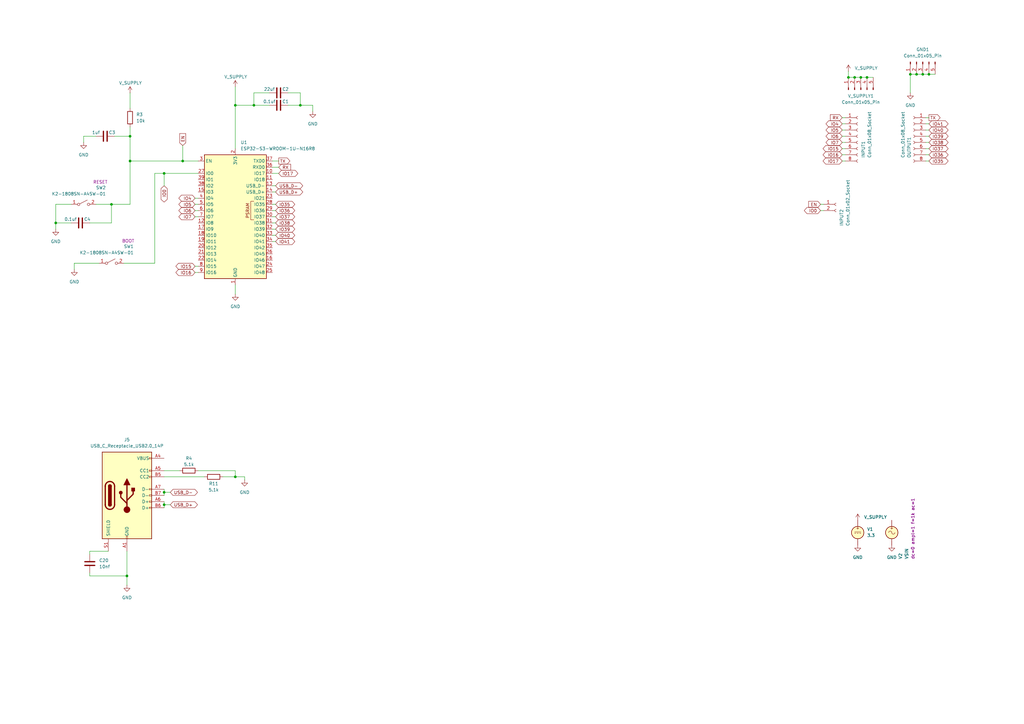
<source format=kicad_sch>
(kicad_sch (version 20250114) (generator "eeschema") (generator_version "9.0")
  (paper "A3")
  (lib_symbols
    (symbol "Connector:Conn_01x02_Socket" (pin_names (offset 1.016) (hide yes))
      (property "Reference" "J" (at 0 2.54 0))
      (property "Value" "Conn_01x02_Socket" (at 0 -5.08 0))
      (symbol "Conn_01x02_Socket_1_1"
        (polyline (pts (xy -1.27 0) (xy -0.508 0)) (stroke (width 0.1524)))
        (polyline (pts (xy -1.27 -2.54) (xy -0.508 -2.54)) (stroke (width 0.1524)))
        (arc (start 0 -0.508) (mid -0.5058 0) (end 0 0.508) (stroke (width 0.1524)))
        (arc (start 0 -3.048) (mid -0.5058 -2.54) (end 0 -2.032) (stroke (width 0.1524)))
        (pin passive line (at -5.08 0 0) (length 3.81) (name "Pin_1") (number "1"))
        (pin passive line (at -5.08 -2.54 0) (length 3.81) (name "Pin_2") (number "2"))
      )
    )
    (symbol "Connector:Conn_01x05_Pin" (pin_names (offset 1.016) (hide yes))
      (property "Reference" "J" (at 0 7.62 0))
      (property "Value" "Conn_01x05_Pin" (at 0 -7.62 0))
      (symbol "Conn_01x05_Pin_1_1"
        (rectangle (start 0.8636 5.207) (end 0 4.953) (stroke (width 0.1524)) (fill (type outline)))
        (rectangle (start 0.8636 2.667) (end 0 2.413) (stroke (width 0.1524)) (fill (type outline)))
        (rectangle (start 0.8636 0.127) (end 0 -0.127) (stroke (width 0.1524)) (fill (type outline)))
        (rectangle (start 0.8636 -2.413) (end 0 -2.667) (stroke (width 0.1524)) (fill (type outline)))
        (rectangle (start 0.8636 -4.953) (end 0 -5.207) (stroke (width 0.1524)) (fill (type outline)))
        (polyline (pts (xy 1.27 5.08) (xy 0.8636 5.08)) (stroke (width 0.1524)))
        (polyline (pts (xy 1.27 2.54) (xy 0.8636 2.54)) (stroke (width 0.1524)))
        (polyline (pts (xy 1.27 0) (xy 0.8636 0)) (stroke (width 0.1524)))
        (polyline (pts (xy 1.27 -2.54) (xy 0.8636 -2.54)) (stroke (width 0.1524)))
        (polyline (pts (xy 1.27 -5.08) (xy 0.8636 -5.08)) (stroke (width 0.1524)))
        (pin passive line (at 5.08 5.08 180) (length 3.81) (name "Pin_1") (number "1"))
        (pin passive line (at 5.08 2.54 180) (length 3.81) (name "Pin_2") (number "2"))
        (pin passive line (at 5.08 0 180) (length 3.81) (name "Pin_3") (number "3"))
        (pin passive line (at 5.08 -2.54 180) (length 3.81) (name "Pin_4") (number "4"))
        (pin passive line (at 5.08 -5.08 180) (length 3.81) (name "Pin_5") (number "5"))
      )
    )
    (symbol "Connector:Conn_01x08_Socket" (pin_names (offset 1.016) (hide yes))
      (property "Reference" "J" (at 0 10.16 0))
      (property "Value" "Conn_01x08_Socket" (at 0 -12.7 0))
      (symbol "Conn_01x08_Socket_1_1"
        (polyline (pts (xy -1.27 7.62) (xy -0.508 7.62)) (stroke (width 0.1524)))
        (polyline (pts (xy -1.27 5.08) (xy -0.508 5.08)) (stroke (width 0.1524)))
        (polyline (pts (xy -1.27 2.54) (xy -0.508 2.54)) (stroke (width 0.1524)))
        (polyline (pts (xy -1.27 0) (xy -0.508 0)) (stroke (width 0.1524)))
        (polyline (pts (xy -1.27 -2.54) (xy -0.508 -2.54)) (stroke (width 0.1524)))
        (polyline (pts (xy -1.27 -5.08) (xy -0.508 -5.08)) (stroke (width 0.1524)))
        (polyline (pts (xy -1.27 -7.62) (xy -0.508 -7.62)) (stroke (width 0.1524)))
        (polyline (pts (xy -1.27 -10.16) (xy -0.508 -10.16)) (stroke (width 0.1524)))
        (arc (start 0 7.112) (mid -0.5058 7.62) (end 0 8.128) (stroke (width 0.1524)))
        (arc (start 0 4.572) (mid -0.5058 5.08) (end 0 5.588) (stroke (width 0.1524)))
        (arc (start 0 2.032) (mid -0.5058 2.54) (end 0 3.048) (stroke (width 0.1524)))
        (arc (start 0 -0.508) (mid -0.5058 0) (end 0 0.508) (stroke (width 0.1524)))
        (arc (start 0 -3.048) (mid -0.5058 -2.54) (end 0 -2.032) (stroke (width 0.1524)))
        (arc (start 0 -5.588) (mid -0.5058 -5.08) (end 0 -4.572) (stroke (width 0.1524)))
        (arc (start 0 -8.128) (mid -0.5058 -7.62) (end 0 -7.112) (stroke (width 0.1524)))
        (arc (start 0 -10.668) (mid -0.5058 -10.16) (end 0 -9.652) (stroke (width 0.1524)))
        (pin passive line (at -5.08 7.62 0) (length 3.81) (name "Pin_1") (number "1"))
        (pin passive line (at -5.08 5.08 0) (length 3.81) (name "Pin_2") (number "2"))
        (pin passive line (at -5.08 2.54 0) (length 3.81) (name "Pin_3") (number "3"))
        (pin passive line (at -5.08 0 0) (length 3.81) (name "Pin_4") (number "4"))
        (pin passive line (at -5.08 -2.54 0) (length 3.81) (name "Pin_5") (number "5"))
        (pin passive line (at -5.08 -5.08 0) (length 3.81) (name "Pin_6") (number "6"))
        (pin passive line (at -5.08 -7.62 0) (length 3.81) (name "Pin_7") (number "7"))
        (pin passive line (at -5.08 -10.16 0) (length 3.81) (name "Pin_8") (number "8"))
      )
    )
    (symbol "Connector:USB_C_Receptacle_USB2.0_14P" (pin_names (offset 1.016))
      (property "Reference" "J" (at 0 22.225 0))
      (property "Value" "USB_C_Receptacle_USB2.0_14P" (at 0 19.685 0))
      (symbol "USB_C_Receptacle_USB2.0_14P_0_0"
        (rectangle (start -0.254 -17.78) (end 0.254 -16.764))
        (rectangle (start 10.16 15.494) (end 9.144 14.986))
        (rectangle (start 10.16 10.414) (end 9.144 9.906))
        (rectangle (start 10.16 7.874) (end 9.144 7.366))
        (rectangle (start 10.16 2.794) (end 9.144 2.286))
        (rectangle (start 10.16 0.254) (end 9.144 -0.254))
        (rectangle (start 10.16 -2.286) (end 9.144 -2.794))
        (rectangle (start 10.16 -4.826) (end 9.144 -5.334))
      )
      (symbol "USB_C_Receptacle_USB2.0_14P_0_1"
        (rectangle (start -10.16 17.78) (end 10.16 -17.78) (stroke (width 0.254)) (fill (type background)))
        (polyline (pts (xy -8.89 -3.81) (xy -8.89 3.81)) (stroke (width 0.508)))
        (rectangle (start -7.62 -3.81) (end -6.35 3.81) (stroke (width 0.254)) (fill (type outline)))
        (arc (start -7.62 3.81) (mid -6.985 4.4423) (end -6.35 3.81) (stroke (width 0.254)))
        (arc (start -7.62 3.81) (mid -6.985 4.4423) (end -6.35 3.81) (stroke (width 0.254)) (fill (type outline)))
        (arc (start -8.89 3.81) (mid -6.985 5.7067) (end -5.08 3.81) (stroke (width 0.508)))
        (arc (start -5.08 -3.81) (mid -6.985 -5.7067) (end -8.89 -3.81) (stroke (width 0.508)))
        (arc (start -6.35 -3.81) (mid -6.985 -4.4423) (end -7.62 -3.81) (stroke (width 0.254)))
        (arc (start -6.35 -3.81) (mid -6.985 -4.4423) (end -7.62 -3.81) (stroke (width 0.254)) (fill (type outline)))
        (polyline (pts (xy -5.08 3.81) (xy -5.08 -3.81)) (stroke (width 0.508)))
        (circle (center -2.54 1.143) (radius 0.635) (stroke (width 0.254)) (fill (type outline)))
        (polyline (pts (xy -1.27 4.318) (xy 0 6.858) (xy 1.27 4.318) (xy -1.27 4.318)) (stroke (width 0.254)) (fill (type outline)))
        (polyline (pts (xy 0 -2.032) (xy 2.54 0.508) (xy 2.54 1.778)) (stroke (width 0.508)))
        (polyline (pts (xy 0 -3.302) (xy -2.54 -0.762) (xy -2.54 0.508)) (stroke (width 0.508)))
        (polyline (pts (xy 0 -5.842) (xy 0 4.318)) (stroke (width 0.508)))
        (circle (center 0 -5.842) (radius 1.27) (fill (type outline)))
        (rectangle (start 1.905 1.778) (end 3.175 3.048) (stroke (width 0.254)) (fill (type outline)))
      )
      (symbol "USB_C_Receptacle_USB2.0_14P_1_1"
        (pin passive line (at -7.62 -22.86 90) (length 5.08) (name "SHIELD") (number "S1"))
        (pin passive line (at 0 -22.86 90) (length 5.08) (name "GND") (number "A1"))
        (pin passive line (at 0 -22.86 90) (length 5.08) (hide yes) (name "GND") (number "A12"))
        (pin passive line (at 0 -22.86 90) (length 5.08) (hide yes) (name "GND") (number "B1"))
        (pin passive line (at 0 -22.86 90) (length 5.08) (hide yes) (name "GND") (number "B12"))
        (pin passive line (at 15.24 15.24 180) (length 5.08) (name "VBUS") (number "A4"))
        (pin passive line (at 15.24 15.24 180) (length 5.08) (hide yes) (name "VBUS") (number "A9"))
        (pin passive line (at 15.24 15.24 180) (length 5.08) (hide yes) (name "VBUS") (number "B4"))
        (pin passive line (at 15.24 15.24 180) (length 5.08) (hide yes) (name "VBUS") (number "B9"))
        (pin bidirectional line (at 15.24 10.16 180) (length 5.08) (name "CC1") (number "A5"))
        (pin bidirectional line (at 15.24 7.62 180) (length 5.08) (name "CC2") (number "B5"))
        (pin bidirectional line (at 15.24 2.54 180) (length 5.08) (name "D-") (number "A7"))
        (pin bidirectional line (at 15.24 0 180) (length 5.08) (name "D-") (number "B7"))
        (pin bidirectional line (at 15.24 -2.54 180) (length 5.08) (name "D+") (number "A6"))
        (pin bidirectional line (at 15.24 -5.08 180) (length 5.08) (name "D+") (number "B6"))
      )
    )
    (symbol "Device:C" (pin_numbers (hide yes)) (pin_names (offset 0.254))
      (property "Reference" "C" (at 0.635 2.54 0))
      (property "Value" "C" (at 0.635 -2.54 0))
      (symbol "C_0_1"
        (polyline (pts (xy -2.032 0.762) (xy 2.032 0.762)) (stroke (width 0.508)))
        (polyline (pts (xy -2.032 -0.762) (xy 2.032 -0.762)) (stroke (width 0.508)))
      )
      (symbol "C_1_1"
        (pin passive line (at 0 3.81 270) (length 2.794) (name "~") (number "1"))
        (pin passive line (at 0 -3.81 90) (length 2.794) (name "~") (number "2"))
      )
    )
    (symbol "Device:R" (pin_numbers (hide yes)) (pin_names (offset 0))
      (property "Reference" "R" (at 2.032 0 90))
      (property "Value" "R" (at 0 0 90))
      (symbol "R_0_1"
        (rectangle (start -1.016 -2.54) (end 1.016 2.54) (stroke (width 0.254)))
      )
      (symbol "R_1_1"
        (pin passive line (at 0 3.81 270) (length 1.27) (name "~") (number "1"))
        (pin passive line (at 0 -3.81 90) (length 1.27) (name "~") (number "2"))
      )
    )
    (symbol "RF_Module:ESP32-S3-WROOM-1"
      (property "Reference" "U" (at -12.7 26.67 0))
      (property "Value" "ESP32-S3-WROOM-1" (at 12.7 26.67 0))
      (symbol "ESP32-S3-WROOM-1_0_0"
        (rectangle (start -12.7 25.4) (end 12.7 -25.4) (stroke (width 0.254)) (fill (type background)))
        (text "PSRAM" (at 5.08 2.54 900) (effects (font (size 1.27 1.27))))
      )
      (symbol "ESP32-S3-WROOM-1_0_1"
        (polyline (pts (xy 7.62 -1.27) (xy 6.35 -1.27) (xy 6.35 6.35) (xy 7.62 6.35)))
      )
      (symbol "ESP32-S3-WROOM-1_1_1"
        (pin input line (at -15.24 22.86 0) (length 2.54) (name "EN") (number "3"))
        (pin bidirectional line (at -15.24 17.78 0) (length 2.54) (name "IO0") (number "27"))
        (pin bidirectional line (at -15.24 15.24 0) (length 2.54) (name "IO1") (number "39"))
        (pin bidirectional line (at -15.24 12.7 0) (length 2.54) (name "IO2") (number "38"))
        (pin bidirectional line (at -15.24 10.16 0) (length 2.54) (name "IO3") (number "15"))
        (pin bidirectional line (at -15.24 7.62 0) (length 2.54) (name "IO4") (number "4"))
        (pin bidirectional line (at -15.24 5.08 0) (length 2.54) (name "IO5") (number "5"))
        (pin bidirectional line (at -15.24 2.54 0) (length 2.54) (name "IO6") (number "6"))
        (pin bidirectional line (at -15.24 0 0) (length 2.54) (name "IO7") (number "7"))
        (pin bidirectional line (at -15.24 -2.54 0) (length 2.54) (name "IO8") (number "12"))
        (pin bidirectional line (at -15.24 -5.08 0) (length 2.54) (name "IO9") (number "17"))
        (pin bidirectional line (at -15.24 -7.62 0) (length 2.54) (name "IO10") (number "18"))
        (pin bidirectional line (at -15.24 -10.16 0) (length 2.54) (name "IO11") (number "19"))
        (pin bidirectional line (at -15.24 -12.7 0) (length 2.54) (name "IO12") (number "20"))
        (pin bidirectional line (at -15.24 -15.24 0) (length 2.54) (name "IO13") (number "21"))
        (pin bidirectional line (at -15.24 -17.78 0) (length 2.54) (name "IO14") (number "22"))
        (pin bidirectional line (at -15.24 -20.32 0) (length 2.54) (name "IO15") (number "8"))
        (pin bidirectional line (at -15.24 -22.86 0) (length 2.54) (name "IO16") (number "9"))
        (pin power_in line (at 0 27.94 270) (length 2.54) (name "3V3") (number "2"))
        (pin power_in line (at 0 -27.94 90) (length 2.54) (name "GND") (number "1"))
        (pin passive line (at 0 -27.94 90) (length 2.54) (hide yes) (name "GND") (number "40"))
        (pin passive line (at 0 -27.94 90) (length 2.54) (hide yes) (name "GND") (number "41"))
        (pin bidirectional line (at 15.24 22.86 180) (length 2.54) (name "TXD0") (number "37"))
        (pin bidirectional line (at 15.24 20.32 180) (length 2.54) (name "RXD0") (number "36"))
        (pin bidirectional line (at 15.24 17.78 180) (length 2.54) (name "IO17") (number "10"))
        (pin bidirectional line (at 15.24 15.24 180) (length 2.54) (name "IO18") (number "11"))
        (pin bidirectional line (at 15.24 12.7 180) (length 2.54) (name "USB_D-") (number "13"))
        (pin bidirectional line (at 15.24 10.16 180) (length 2.54) (name "USB_D+") (number "14"))
        (pin bidirectional line (at 15.24 7.62 180) (length 2.54) (name "IO21") (number "23"))
        (pin bidirectional line (at 15.24 5.08 180) (length 2.54) (name "IO35") (number "28"))
        (pin bidirectional line (at 15.24 2.54 180) (length 2.54) (name "IO36") (number "29"))
        (pin bidirectional line (at 15.24 0 180) (length 2.54) (name "IO37") (number "30"))
        (pin bidirectional line (at 15.24 -2.54 180) (length 2.54) (name "IO38") (number "31"))
        (pin bidirectional line (at 15.24 -5.08 180) (length 2.54) (name "IO39") (number "32"))
        (pin bidirectional line (at 15.24 -7.62 180) (length 2.54) (name "IO40") (number "33"))
        (pin bidirectional line (at 15.24 -10.16 180) (length 2.54) (name "IO41") (number "34"))
        (pin bidirectional line (at 15.24 -12.7 180) (length 2.54) (name "IO42") (number "35"))
        (pin bidirectional line (at 15.24 -15.24 180) (length 2.54) (name "IO45") (number "26"))
        (pin bidirectional line (at 15.24 -17.78 180) (length 2.54) (name "IO46") (number "16"))
        (pin bidirectional line (at 15.24 -20.32 180) (length 2.54) (name "IO47") (number "24"))
        (pin bidirectional line (at 15.24 -22.86 180) (length 2.54) (name "IO48") (number "25"))
      )
    )
    (symbol "Simulation_SPICE:VDC" (pin_numbers (hide yes)) (pin_names (offset 0.0254))
      (property "Reference" "V" (at 2.54 2.54 0))
      (property "Value" "1" (at 2.54 0 0))
      (symbol "VDC_0_0"
        (polyline (pts (xy -1.27 0.254) (xy 1.27 0.254)))
        (polyline (pts (xy -0.762 -0.254) (xy -1.27 -0.254)))
        (polyline (pts (xy 0.254 -0.254) (xy -0.254 -0.254)))
        (polyline (pts (xy 1.27 -0.254) (xy 0.762 -0.254)))
        (text "+" (at 0 1.905 0) (effects (font (size 1.27 1.27))))
      )
      (symbol "VDC_0_1"
        (circle (center 0 0) (radius 2.54) (stroke (width 0.254)) (fill (type background)))
      )
      (symbol "VDC_1_1"
        (pin passive line (at 0 5.08 270) (length 2.54) (name "~") (number "1"))
        (pin passive line (at 0 -5.08 90) (length 2.54) (name "~") (number "2"))
      )
    )
    (symbol "Simulation_SPICE:VSIN" (pin_numbers (hide yes)) (pin_names (offset 0.0254))
      (property "Reference" "V" (at 2.54 2.54 0))
      (property "Value" "VSIN" (at 2.54 0 0))
      (property "Sim.Params" "dc=0 ampl=1 f=1k ac=1" (at 2.54 -2.54 0))
      (symbol "VSIN_0_0"
        (arc (start -1.27 0) (mid -0.635 0.6323) (end 0 0))
        (arc (start 1.27 0) (mid 0.635 -0.6323) (end 0 0))
        (text "+" (at 0 1.905 0) (effects (font (size 1.27 1.27))))
      )
      (symbol "VSIN_0_1"
        (circle (center 0 0) (radius 2.54) (stroke (width 0.254)) (fill (type background)))
      )
      (symbol "VSIN_1_1"
        (pin passive line (at 0 5.08 270) (length 2.54) (name "~") (number "1"))
        (pin passive line (at 0 -5.08 90) (length 2.54) (name "~") (number "2"))
      )
    )
    (symbol "Switch:SW_SPST" (pin_names (offset 0) (hide yes))
      (property "Reference" "SW" (at 0 3.175 0))
      (property "Value" "SW_SPST" (at 0 -2.54 0))
      (symbol "SW_SPST_0_0"
        (circle (center -2.032 0) (radius 0.508))
        (polyline (pts (xy -1.524 0.254) (xy 1.524 1.778)))
        (circle (center 2.032 0) (radius 0.508))
      )
      (symbol "SW_SPST_1_1"
        (pin passive line (at -5.08 0 0) (length 2.54) (name "A") (number "1"))
        (pin passive line (at 5.08 0 180) (length 2.54) (name "B") (number "2"))
      )
    )
    (symbol "power:+5V" (power) (pin_numbers (hide yes)) (pin_names (offset 0) (hide yes))
      (property "Value" "+5V" (at 0 3.556 0))
      (symbol "+5V_0_1"
        (polyline (pts (xy -0.762 1.27) (xy 0 2.54)))
        (polyline (pts (xy 0 2.54) (xy 0.762 1.27)))
        (polyline (pts (xy 0 0) (xy 0 2.54)))
      )
      (symbol "+5V_1_1"
        (pin power_in line (at 0 0 90) (length 0) (name "~") (number "1"))
      )
    )
    (symbol "power:GND" (power) (pin_numbers (hide yes)) (pin_names (offset 0) (hide yes))
      (property "Value" "GND" (at 0 -3.81 0))
      (symbol "GND_0_1"
        (polyline (pts (xy 0 0) (xy 0 -1.27) (xy 1.27 -1.27) (xy 0 -2.54) (xy -1.27 -1.27) (xy 0 -1.27)))
      )
      (symbol "GND_1_1"
        (pin power_in line (at 0 0 270) (length 0) (name "~") (number "1"))
      )
    )
  )
  (junction (at 350.52 31.75))
  (junction (at 104.14 43.18))
  (junction (at 375.92 30.48))
  (junction (at 123.19 43.18))
  (junction (at 347.98 31.75))
  (junction (at 355.6 31.75))
  (junction (at 53.34 55.88))
  (junction (at 381 30.48))
  (junction (at 53.34 66.04))
  (junction (at 96.52 195.58))
  (junction (at 378.46 30.48))
  (junction (at 22.86 91.44))
  (junction (at 52.07 236.22))
  (junction (at 96.52 43.18))
  (junction (at 45.72 83.82))
  (junction (at 353.06 31.75))
  (junction (at 67.31 207.01))
  (junction (at 67.31 201.93))
  (junction (at 373.38 30.48))
  (junction (at 67.31 71.12))
  (junction (at 74.93 66.04))
  (wire (pts (xy 104.14 38.1) (xy 104.14 43.18)))
  (wire (pts (xy 345.44 55.88) (xy 346.71 55.88)))
  (wire (pts (xy 40.64 107.95) (xy 30.48 107.95)))
  (wire (pts (xy 381 50.8) (xy 379.73 50.8)))
  (wire (pts (xy 345.44 60.96) (xy 346.71 60.96)))
  (wire (pts (xy 111.76 66.04) (xy 114.3 66.04)))
  (wire (pts (xy 345.44 53.34) (xy 346.71 53.34)))
  (wire (pts (xy 113.03 86.36) (xy 111.76 86.36)))
  (wire (pts (xy 22.86 91.44) (xy 22.86 93.98)))
  (wire (pts (xy 63.5 107.95) (xy 50.8 107.95)))
  (wire (pts (xy 123.19 43.18) (xy 128.27 43.18)))
  (wire (pts (xy 345.44 48.26) (xy 346.71 48.26)))
  (wire (pts (xy 345.44 58.42) (xy 346.71 58.42)))
  (wire (pts (xy 80.01 86.36) (xy 81.28 86.36)))
  (wire (pts (xy 113.03 88.9) (xy 111.76 88.9)))
  (wire (pts (xy 96.52 43.18) (xy 96.52 60.96)))
  (wire (pts (xy 67.31 76.2) (xy 67.31 71.12)))
  (wire (pts (xy 53.34 83.82) (xy 45.72 83.82)))
  (wire (pts (xy 45.72 91.44) (xy 45.72 83.82)))
  (wire (pts (xy 355.6 31.75) (xy 358.14 31.75)))
  (wire (pts (xy 67.31 195.58) (xy 83.82 195.58)))
  (wire (pts (xy 39.37 55.88) (xy 34.29 55.88)))
  (wire (pts (xy 91.44 195.58) (xy 96.52 195.58)))
  (wire (pts (xy 113.03 99.06) (xy 111.76 99.06)))
  (wire (pts (xy 381 60.96) (xy 379.73 60.96)))
  (wire (pts (xy 114.3 68.58) (xy 111.76 68.58)))
  (wire (pts (xy 347.98 31.75) (xy 350.52 31.75)))
  (wire (pts (xy 63.5 71.12) (xy 63.5 107.95)))
  (wire (pts (xy 345.44 50.8) (xy 346.71 50.8)))
  (wire (pts (xy 379.73 48.26) (xy 381 48.26)))
  (wire (pts (xy 113.03 78.74) (xy 111.76 78.74)))
  (wire (pts (xy 22.86 83.82) (xy 22.86 91.44)))
  (wire (pts (xy 80.01 109.22) (xy 81.28 109.22)))
  (wire (pts (xy 80.01 83.82) (xy 81.28 83.82)))
  (wire (pts (xy 96.52 195.58) (xy 100.33 195.58)))
  (wire (pts (xy 113.03 91.44) (xy 111.76 91.44)))
  (wire (pts (xy 52.07 226.06) (xy 52.07 236.22)))
  (wire (pts (xy 52.07 236.22) (xy 52.07 240.03)))
  (wire (pts (xy 80.01 111.76) (xy 81.28 111.76)))
  (wire (pts (xy 381 30.48) (xy 383.54 30.48)))
  (wire (pts (xy 96.52 120.65) (xy 96.52 116.84)))
  (wire (pts (xy 381 58.42) (xy 379.73 58.42)))
  (wire (pts (xy 36.83 234.95) (xy 36.83 236.22)))
  (wire (pts (xy 53.34 55.88) (xy 53.34 66.04)))
  (wire (pts (xy 353.06 31.75) (xy 355.6 31.75)))
  (wire (pts (xy 67.31 71.12) (xy 63.5 71.12)))
  (wire (pts (xy 345.44 66.04) (xy 346.71 66.04)))
  (wire (pts (xy 373.38 30.48) (xy 375.92 30.48)))
  (wire (pts (xy 100.33 196.85) (xy 100.33 195.58)))
  (wire (pts (xy 67.31 200.66) (xy 67.31 201.93)))
  (wire (pts (xy 373.38 30.48) (xy 373.38 38.1)))
  (wire (pts (xy 113.03 96.52) (xy 111.76 96.52)))
  (wire (pts (xy 74.93 66.04) (xy 81.28 66.04)))
  (wire (pts (xy 347.98 31.75) (xy 347.98 29.21)))
  (wire (pts (xy 34.29 55.88) (xy 34.29 58.42)))
  (wire (pts (xy 118.11 38.1) (xy 123.19 38.1)))
  (wire (pts (xy 96.52 35.56) (xy 96.52 43.18)))
  (wire (pts (xy 44.45 226.06) (xy 36.83 226.06)))
  (wire (pts (xy 114.3 71.12) (xy 111.76 71.12)))
  (wire (pts (xy 381 63.5) (xy 379.73 63.5)))
  (wire (pts (xy 113.03 83.82) (xy 111.76 83.82)))
  (wire (pts (xy 36.83 91.44) (xy 45.72 91.44)))
  (wire (pts (xy 123.19 38.1) (xy 123.19 43.18)))
  (wire (pts (xy 81.28 71.12) (xy 67.31 71.12)))
  (wire (pts (xy 381 53.34) (xy 379.73 53.34)))
  (wire (pts (xy 96.52 43.18) (xy 104.14 43.18)))
  (wire (pts (xy 378.46 30.48) (xy 381 30.48)))
  (wire (pts (xy 80.01 88.9) (xy 81.28 88.9)))
  (wire (pts (xy 53.34 66.04) (xy 53.34 83.82)))
  (wire (pts (xy 53.34 52.07) (xy 53.34 55.88)))
  (wire (pts (xy 381 55.88) (xy 379.73 55.88)))
  (wire (pts (xy 53.34 38.1) (xy 53.34 44.45)))
  (wire (pts (xy 81.28 193.04) (xy 96.52 193.04)))
  (wire (pts (xy 113.03 76.2) (xy 111.76 76.2)))
  (wire (pts (xy 336.55 86.36) (xy 337.82 86.36)))
  (wire (pts (xy 67.31 205.74) (xy 67.31 207.01)))
  (wire (pts (xy 36.83 236.22) (xy 52.07 236.22)))
  (wire (pts (xy 128.27 43.18) (xy 128.27 45.72)))
  (wire (pts (xy 36.83 226.06) (xy 36.83 227.33)))
  (wire (pts (xy 350.52 31.75) (xy 353.06 31.75)))
  (wire (pts (xy 96.52 193.04) (xy 96.52 195.58)))
  (wire (pts (xy 22.86 91.44) (xy 29.21 91.44)))
  (wire (pts (xy 345.44 63.5) (xy 346.71 63.5)))
  (wire (pts (xy 381 66.04) (xy 379.73 66.04)))
  (wire (pts (xy 67.31 207.01) (xy 67.31 208.28)))
  (wire (pts (xy 74.93 59.69) (xy 74.93 66.04)))
  (wire (pts (xy 80.01 81.28) (xy 81.28 81.28)))
  (wire (pts (xy 69.85 201.93) (xy 67.31 201.93)))
  (wire (pts (xy 118.11 43.18) (xy 123.19 43.18)))
  (wire (pts (xy 336.55 83.82) (xy 337.82 83.82)))
  (wire (pts (xy 69.85 207.01) (xy 67.31 207.01)))
  (wire (pts (xy 29.21 83.82) (xy 22.86 83.82)))
  (wire (pts (xy 30.48 107.95) (xy 30.48 110.49)))
  (wire (pts (xy 67.31 193.04) (xy 73.66 193.04)))
  (wire (pts (xy 113.03 93.98) (xy 111.76 93.98)))
  (wire (pts (xy 104.14 43.18) (xy 110.49 43.18)))
  (wire (pts (xy 67.31 201.93) (xy 67.31 203.2)))
  (wire (pts (xy 45.72 83.82) (xy 39.37 83.82)))
  (wire (pts (xy 110.49 38.1) (xy 104.14 38.1)))
  (wire (pts (xy 46.99 55.88) (xy 53.34 55.88)))
  (wire (pts (xy 375.92 30.48) (xy 378.46 30.48)))
  (wire (pts (xy 53.34 66.04) (xy 74.93 66.04)))
  (global_label "USB_D+" (shape bidirectional) (at 69.85 207.01 0) (property "Intersheetrefs" "${INTERSHEET_REFS}" (effects (hide yes))))
  (global_label "IO38" (shape bidirectional) (at 113.03 91.44 0) (property "Intersheetrefs" "${INTERSHEET_REFS}" (effects (hide yes))))
  (global_label "IO37" (shape bidirectional) (at 381 60.96 0) (property "Intersheetrefs" "${INTERSHEET_REFS}" (effects (hide yes))))
  (global_label "USB_D-" (shape bidirectional) (at 69.85 201.93 0) (property "Intersheetrefs" "${INTERSHEET_REFS}" (effects (hide yes))))
  (global_label "IO4" (shape bidirectional) (at 345.44 50.8 180) (property "Intersheetrefs" "${INTERSHEET_REFS}" (effects (hide yes))))
  (global_label "IO35" (shape bidirectional) (at 113.03 83.82 0) (property "Intersheetrefs" "${INTERSHEET_REFS}" (effects (hide yes))))
  (global_label "IO15" (shape bidirectional) (at 345.44 60.96 180) (property "Intersheetrefs" "${INTERSHEET_REFS}" (effects (hide yes))))
  (global_label "IO0" (shape bidirectional) (at 336.55 86.36 180) (property "Intersheetrefs" "${INTERSHEET_REFS}" (effects (hide yes))))
  (global_label "IO17" (shape bidirectional) (at 345.44 66.04 180) (property "Intersheetrefs" "${INTERSHEET_REFS}" (effects (hide yes))))
  (global_label "IO39" (shape bidirectional) (at 381 55.88 0) (property "Intersheetrefs" "${INTERSHEET_REFS}" (effects (hide yes))))
  (global_label "EN" (shape input) (at 336.55 83.82 180) (property "Intersheetrefs" "${INTERSHEET_REFS}" (effects (hide yes))))
  (global_label "IO5" (shape bidirectional) (at 80.01 83.82 180) (property "Intersheetrefs" "${INTERSHEET_REFS}" (effects (hide yes))))
  (global_label "IO7" (shape bidirectional) (at 345.44 58.42 180) (property "Intersheetrefs" "${INTERSHEET_REFS}" (effects (hide yes))))
  (global_label "IO39" (shape bidirectional) (at 113.03 93.98 0) (property "Intersheetrefs" "${INTERSHEET_REFS}" (effects (hide yes))))
  (global_label "IO5" (shape bidirectional) (at 345.44 53.34 180) (property "Intersheetrefs" "${INTERSHEET_REFS}" (effects (hide yes))))
  (global_label "EN" (shape input) (at 74.93 59.69 90) (property "Intersheetrefs" "${INTERSHEET_REFS}" (effects (hide yes))))
  (global_label "TX" (shape output) (at 114.3 66.04 0) (property "Intersheetrefs" "${INTERSHEET_REFS}" (effects (hide yes))))
  (global_label "TX" (shape output) (at 381 48.26 0) (property "Intersheetrefs" "${INTERSHEET_REFS}" (effects (hide yes))))
  (global_label "USB_D-" (shape bidirectional) (at 113.03 76.2 0) (property "Intersheetrefs" "${INTERSHEET_REFS}" (effects (hide yes))))
  (global_label "IO36" (shape bidirectional) (at 113.03 86.36 0) (property "Intersheetrefs" "${INTERSHEET_REFS}" (effects (hide yes))))
  (global_label "IO15" (shape bidirectional) (at 80.01 109.22 180) (property "Intersheetrefs" "${INTERSHEET_REFS}" (effects (hide yes))))
  (global_label "IO6" (shape bidirectional) (at 80.01 86.36 180) (property "Intersheetrefs" "${INTERSHEET_REFS}" (effects (hide yes))))
  (global_label "IO41" (shape bidirectional) (at 113.03 99.06 0) (property "Intersheetrefs" "${INTERSHEET_REFS}" (effects (hide yes))))
  (global_label "IO41" (shape bidirectional) (at 381 50.8 0) (property "Intersheetrefs" "${INTERSHEET_REFS}" (effects (hide yes))))
  (global_label "IO4" (shape bidirectional) (at 80.01 81.28 180) (property "Intersheetrefs" "${INTERSHEET_REFS}" (effects (hide yes))))
  (global_label "IO37" (shape bidirectional) (at 113.03 88.9 0) (property "Intersheetrefs" "${INTERSHEET_REFS}" (effects (hide yes))))
  (global_label "IO40" (shape bidirectional) (at 113.03 96.52 0) (property "Intersheetrefs" "${INTERSHEET_REFS}" (effects (hide yes))))
  (global_label "IO7" (shape bidirectional) (at 80.01 88.9 180) (property "Intersheetrefs" "${INTERSHEET_REFS}" (effects (hide yes))))
  (global_label "IO40" (shape bidirectional) (at 381 53.34 0) (property "Intersheetrefs" "${INTERSHEET_REFS}" (effects (hide yes))))
  (global_label "IO17" (shape bidirectional) (at 114.3 71.12 0) (property "Intersheetrefs" "${INTERSHEET_REFS}" (effects (hide yes))))
  (global_label "RX" (shape input) (at 345.44 48.26 180) (property "Intersheetrefs" "${INTERSHEET_REFS}" (effects (hide yes))))
  (global_label "IO16" (shape bidirectional) (at 345.44 63.5 180) (property "Intersheetrefs" "${INTERSHEET_REFS}" (effects (hide yes))))
  (global_label "USB_D+" (shape bidirectional) (at 113.03 78.74 0) (property "Intersheetrefs" "${INTERSHEET_REFS}" (effects (hide yes))))
  (global_label "RX" (shape input) (at 114.3 68.58 0) (property "Intersheetrefs" "${INTERSHEET_REFS}" (effects (hide yes))))
  (global_label "IO6" (shape bidirectional) (at 345.44 55.88 180) (property "Intersheetrefs" "${INTERSHEET_REFS}" (effects (hide yes))))
  (global_label "IO0" (shape bidirectional) (at 67.31 76.2 270) (property "Intersheetrefs" "${INTERSHEET_REFS}" (effects (hide yes))))
  (global_label "IO16" (shape bidirectional) (at 80.01 111.76 180) (property "Intersheetrefs" "${INTERSHEET_REFS}" (effects (hide yes))))
  (global_label "IO35" (shape bidirectional) (at 381 66.04 0) (property "Intersheetrefs" "${INTERSHEET_REFS}" (effects (hide yes))))
  (global_label "IO38" (shape bidirectional) (at 381 58.42 0) (property "Intersheetrefs" "${INTERSHEET_REFS}" (effects (hide yes))))
  (global_label "IO36" (shape bidirectional) (at 381 63.5 0) (property "Intersheetrefs" "${INTERSHEET_REFS}" (effects (hide yes))))
  (symbol (lib_id "Simulation_SPICE:VDC") (at 351.79 218.44 0) (unit 1) (on_board no)
    (property "Reference" "V1" (at 355.6 217.0401 0) (effects (justify left)))
    (property "Value" "3.3" (at 355.6 219.5801 0) (effects (justify left)))
    (property "Datasheet" "https://ngspice.sourceforge.io/docs/ngspice-html-manual/manual.xhtml#sec_Independent_Sources_for" (effects (hide yes)))
    (property "Description" "Voltage source, DC" (effects (hide yes)))
    (property "Sim.Pins" "1=+ 2=-" (effects (hide yes)))
    (property "Sim.Type" "DC" (effects (hide yes)))
    (property "Sim.Device" "V" (effects (hide yes)))
  )
  (symbol (lib_id "Connector:Conn_01x05_Pin") (at 353.06 36.83 90) (unit 1) (exclude_from_sim yes)
    (property "Reference" "V_SUPPLY1" (at 353.06 39.37 90))
    (property "Value" "Conn_01x05_Pin" (at 353.06 41.91 90))
    (property "Footprint" "BreadModular_MISC:Power_Connector" (effects (hide yes)))
    (property "Description" "Generic connector, single row, 01x05, script generated" (effects (hide yes)))
  )
  (symbol (lib_id "power:+5V") (at 53.34 38.1 0) (unit 1)
    (property "Reference" "#PWR011" (effects (hide yes)))
    (property "Value" "V_SUPPLY" (at 48.768 34.036 0) (effects (justify left)))
    (property "Description" "Power symbol creates a global label with name \"+5V\"" (effects (hide yes)))
  )
  (symbol (lib_id "Device:R") (at 77.47 193.04 90) (unit 1)
    (property "Reference" "R4" (at 77.47 187.96 90))
    (property "Value" "5.1k" (at 77.47 190.5 90))
    (property "Footprint" "Resistor_SMD:R_0603_1608Metric" (effects (hide yes)))
    (property "Description" "Resistor" (effects (hide yes)))
  )
  (symbol (lib_id "power:+5V") (at 351.79 213.36 0) (unit 1)
    (property "Reference" "#PWR02" (effects (hide yes)))
    (property "Value" "V_SUPPLY" (at 354.33 212.0899 0) (effects (justify left)))
    (property "Description" "Power symbol creates a global label with name \"+5V\"" (effects (hide yes)))
  )
  (symbol (lib_id "Switch:SW_SPST") (at 34.29 83.82 0) (unit 1)
    (property "Reference" "SW2" (at 43.434 76.962 0) (effects (justify right)))
    (property "Value" "K2-1808SN-A4SW-01" (at 43.434 79.502 0) (effects (justify right)))
    (property "Footprint" "BreadModular_MISC:K2-1808SN-A4SW-01" (effects (hide yes)))
    (property "Description" "Single Pole Single Throw (SPST) switch" (effects (hide yes)))
    (property "Comment" "RESET" (at 41.148 74.676 0))
  )
  (symbol (lib_id "Simulation_SPICE:VSIN") (at 365.76 218.44 0) (unit 1) (on_board no)
    (property "Reference" "V2" (at 369.316 229.362 90) (effects (justify left)))
    (property "Value" "VSIN" (at 371.856 229.362 90) (effects (justify left)))
    (property "Datasheet" "https://ngspice.sourceforge.io/docs/ngspice-html-manual/manual.xhtml#sec_Independent_Sources_for" (effects (hide yes)))
    (property "Description" "Voltage source, sinusoidal" (effects (hide yes)))
    (property "Sim.Pins" "1=+ 2=-" (effects (hide yes)))
    (property "Sim.Params" "dc=0 ampl=1 f=1k ac=1" (at 374.396 229.362 90) (effects (justify left)))
    (property "Sim.Type" "SIN" (effects (hide yes)))
    (property "Sim.Device" "V" (effects (hide yes)))
  )
  (symbol (lib_id "power:+5V") (at 347.98 29.21 0) (unit 1)
    (property "Reference" "#PWR01" (effects (hide yes)))
    (property "Value" "V_SUPPLY" (at 350.52 27.9399 0) (effects (justify left)))
    (property "Description" "Power symbol creates a global label with name \"+5V\"" (effects (hide yes)))
  )
  (symbol (lib_id "power:GND") (at 373.38 38.1 0) (unit 1)
    (property "Reference" "#PWR05" (effects (hide yes)))
    (property "Value" "GND" (at 373.38 43.18 0))
    (property "Description" "Power symbol creates a global label with name \"GND\" , ground" (effects (hide yes)))
  )
  (symbol (lib_id "Device:C") (at 114.3 38.1 90) (unit 1)
    (property "Reference" "C2" (at 117.094 36.576 90))
    (property "Value" "22uf" (at 110.49 36.576 90))
    (property "Footprint" "Capacitor_SMD:C_0603_1608Metric" (effects (hide yes)))
    (property "Description" "Unpolarized capacitor" (effects (hide yes)))
  )
  (symbol (lib_id "power:GND") (at 30.48 110.49 0) (unit 1)
    (property "Reference" "#PWR014" (effects (hide yes)))
    (property "Value" "GND" (at 30.48 115.57 0))
    (property "Description" "Power symbol creates a global label with name \"GND\" , ground" (effects (hide yes)))
  )
  (symbol (lib_id "Device:C") (at 114.3 43.18 90) (unit 1)
    (property "Reference" "C1" (at 117.094 41.656 90))
    (property "Value" "0.1uf" (at 110.49 41.656 90))
    (property "Footprint" "Capacitor_SMD:C_0402_1005Metric" (effects (hide yes)))
    (property "Description" "Unpolarized capacitor" (effects (hide yes)))
  )
  (symbol (lib_id "Switch:SW_SPST") (at 45.72 107.95 0) (unit 1)
    (property "Reference" "SW1" (at 54.864 101.092 0) (effects (justify right)))
    (property "Value" "K2-1808SN-A4SW-01" (at 54.864 103.632 0) (effects (justify right)))
    (property "Footprint" "BreadModular_MISC:K2-1808SN-A4SW-01" (effects (hide yes)))
    (property "Description" "Single Pole Single Throw (SPST) switch" (effects (hide yes)))
    (property "Comment" "BOOT" (at 52.578 98.806 0))
  )
  (symbol (lib_id "power:GND") (at 365.76 223.52 0) (unit 1)
    (property "Reference" "#PWR04" (effects (hide yes)))
    (property "Value" "GND" (at 365.76 228.6 0))
    (property "Description" "Power symbol creates a global label with name \"GND\" , ground" (effects (hide yes)))
  )
  (symbol (lib_id "RF_Module:ESP32-S3-WROOM-1") (at 96.52 88.9 0) (unit 1)
    (property "Reference" "U1" (at 98.6633 58.42 0) (effects (justify left)))
    (property "Value" "ESP32-S3-WROOM-1U-N16R8" (at 98.6633 60.96 0) (effects (justify left)))
    (property "Footprint" "RF_Module:ESP32-S3-WROOM-1U" (effects (hide yes)))
    (property "Datasheet" "https://www.espressif.com/sites/default/files/documentation/esp32-s3-wroom-1_wroom-1u_datasheet_en.pdf" (effects (hide yes)))
    (property "Description" "RF Module, ESP32-S3 SoC, Wi-Fi 802.11b/g/n, Bluetooth, BLE, 32-bit, 3.3V, onboard antenna, SMD" (effects (hide yes)))
  )
  (symbol (lib_id "power:GND") (at 34.29 58.42 0) (unit 1)
    (property "Reference" "#PWR012" (effects (hide yes)))
    (property "Value" "GND" (at 34.29 63.5 0))
    (property "Description" "Power symbol creates a global label with name \"GND\" , ground" (effects (hide yes)))
  )
  (symbol (lib_id "power:GND") (at 351.79 223.52 0) (unit 1)
    (property "Reference" "#PWR03" (effects (hide yes)))
    (property "Value" "GND" (at 351.79 228.6 0))
    (property "Description" "Power symbol creates a global label with name \"GND\" , ground" (effects (hide yes)))
  )
  (symbol (lib_id "Device:C") (at 43.18 55.88 90) (unit 1)
    (property "Reference" "C3" (at 45.974 54.356 90))
    (property "Value" "1uf" (at 39.37 54.356 90))
    (property "Footprint" "Capacitor_SMD:C_0402_1005Metric" (effects (hide yes)))
    (property "Description" "Unpolarized capacitor" (effects (hide yes)))
  )
  (symbol (lib_id "Device:R") (at 53.34 48.26 0) (unit 1)
    (property "Reference" "R3" (at 55.88 46.9899 0) (effects (justify left)))
    (property "Value" "10k" (at 55.88 49.5299 0) (effects (justify left)))
    (property "Footprint" "Resistor_SMD:R_0402_1005Metric" (effects (hide yes)))
    (property "Description" "Resistor" (effects (hide yes)))
  )
  (symbol (lib_id "power:GND") (at 52.07 240.03 0) (unit 1)
    (property "Reference" "#PWR032" (effects (hide yes)))
    (property "Value" "GND" (at 52.07 245.11 0))
    (property "Description" "Power symbol creates a global label with name \"GND\" , ground" (effects (hide yes)))
  )
  (symbol (lib_id "Connector:USB_C_Receptacle_USB2.0_14P") (at 52.07 203.2 0) (unit 1)
    (property "Reference" "J5" (at 52.07 180.34 0))
    (property "Value" "USB_C_Receptacle_USB2.0_14P" (at 52.07 182.88 0))
    (property "Footprint" "BreadModular_TypeC:HRO-TYPE-C-31-M-12" (effects (hide yes)))
    (property "Datasheet" "https://www.usb.org/sites/default/files/documents/usb_type-c.zip" (effects (hide yes)))
    (property "Description" "USB 2.0-only 14P Type-C Receptacle connector" (effects (hide yes)))
  )
  (symbol (lib_id "Connector:Conn_01x08_Socket") (at 374.65 55.88 0) (mirror y) (unit 1)
    (property "Reference" "OUTPUT1" (at 372.872 64.77 90) (effects (justify left)))
    (property "Value" "Conn_01x08_Socket" (at 370.332 64.77 90) (effects (justify left)))
    (property "Footprint" "Connector_PinSocket_2.54mm:PinSocket_1x08_P2.54mm_Vertical" (effects (hide yes)))
    (property "Description" "Generic connector, single row, 01x08, script generated" (effects (hide yes)))
  )
  (symbol (lib_id "Device:R") (at 87.63 195.58 90) (unit 1)
    (property "Reference" "R11" (at 87.63 198.374 90))
    (property "Value" "5.1k" (at 87.63 200.914 90))
    (property "Footprint" "Resistor_SMD:R_0603_1608Metric" (effects (hide yes)))
    (property "Description" "Resistor" (effects (hide yes)))
  )
  (symbol (lib_id "power:GND") (at 22.86 93.98 0) (unit 1)
    (property "Reference" "#PWR013" (effects (hide yes)))
    (property "Value" "GND" (at 22.86 99.06 0))
    (property "Description" "Power symbol creates a global label with name \"GND\" , ground" (effects (hide yes)))
  )
  (symbol (lib_id "Connector:Conn_01x02_Socket") (at 342.9 83.82 0) (unit 1)
    (property "Reference" "INPUT2" (at 345.186 92.71 90) (effects (justify left)))
    (property "Value" "Conn_01x02_Socket" (at 347.726 92.71 90) (effects (justify left)))
    (property "Footprint" "Connector_PinSocket_2.54mm:PinSocket_1x02_P2.54mm_Vertical" (effects (hide yes)))
    (property "Description" "Generic connector, single row, 01x02, script generated" (effects (hide yes)))
  )
  (symbol (lib_id "power:GND") (at 100.33 196.85 0) (unit 1)
    (property "Reference" "#PWR033" (effects (hide yes)))
    (property "Value" "GND" (at 100.33 201.93 0))
    (property "Description" "Power symbol creates a global label with name \"GND\" , ground" (effects (hide yes)))
  )
  (symbol (lib_id "Connector:Conn_01x08_Socket") (at 351.79 55.88 0) (unit 1)
    (property "Reference" "INPUT1" (at 354.076 64.77 90) (effects (justify left)))
    (property "Value" "Conn_01x08_Socket" (at 356.616 64.77 90) (effects (justify left)))
    (property "Footprint" "Connector_PinSocket_2.54mm:PinSocket_1x08_P2.54mm_Vertical" (effects (hide yes)))
    (property "Description" "Generic connector, single row, 01x08, script generated" (effects (hide yes)))
  )
  (symbol (lib_id "power:+5V") (at 96.52 35.56 0) (unit 1)
    (property "Reference" "#PWR09" (effects (hide yes)))
    (property "Value" "V_SUPPLY" (at 91.948 31.496 0) (effects (justify left)))
    (property "Description" "Power symbol creates a global label with name \"+5V\"" (effects (hide yes)))
  )
  (symbol (lib_id "Device:C") (at 36.83 231.14 0) (unit 1)
    (property "Reference" "C20" (at 40.64 229.8699 0) (effects (justify left)))
    (property "Value" "10nf" (at 40.64 232.4099 0) (effects (justify left)))
    (property "Footprint" "Capacitor_SMD:C_0805_2012Metric" (effects (hide yes)))
    (property "Description" "Unpolarized capacitor" (effects (hide yes)))
  )
  (symbol (lib_id "Device:C") (at 33.02 91.44 90) (unit 1)
    (property "Reference" "C4" (at 35.814 89.916 90))
    (property "Value" "0.1uf" (at 28.956 89.916 90))
    (property "Footprint" "Capacitor_SMD:C_0402_1005Metric" (effects (hide yes)))
    (property "Description" "Unpolarized capacitor" (effects (hide yes)))
  )
  (symbol (lib_id "power:GND") (at 96.52 120.65 0) (unit 1)
    (property "Reference" "#PWR08" (effects (hide yes)))
    (property "Value" "GND" (at 96.52 125.73 0))
    (property "Description" "Power symbol creates a global label with name \"GND\" , ground" (effects (hide yes)))
  )
  (symbol (lib_id "Connector:Conn_01x05_Pin") (at 378.46 25.4 90) (mirror x) (unit 1) (exclude_from_sim yes)
    (property "Reference" "GND1" (at 378.46 20.32 90))
    (property "Value" "Conn_01x05_Pin" (at 378.46 22.86 90))
    (property "Footprint" "BreadModular_MISC:Power_Connector" (effects (hide yes)))
    (property "Description" "Generic connector, single row, 01x05, script generated" (effects (hide yes)))
  )
  (symbol (lib_id "power:GND") (at 128.27 45.72 0) (unit 1)
    (property "Reference" "#PWR010" (effects (hide yes)))
    (property "Value" "GND" (at 128.27 50.8 0))
    (property "Description" "Power symbol creates a global label with name \"GND\" , ground" (effects (hide yes)))
  )
)
</source>
